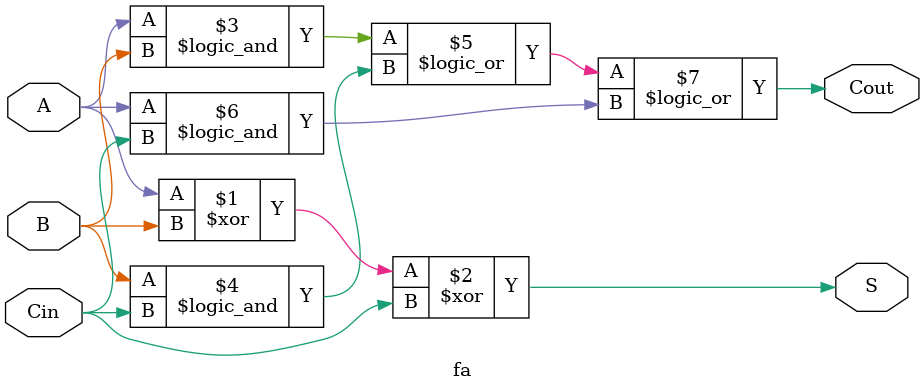
<source format=v>
`timescale 1ns / 1ps
module fa(
    input A,
    input B,
    input Cin,
    output S,
    output Cout
    );

assign S = A ^ B ^ Cin;
assign Cout = (A && B) || (B && Cin) || (A && Cin);

endmodule

</source>
